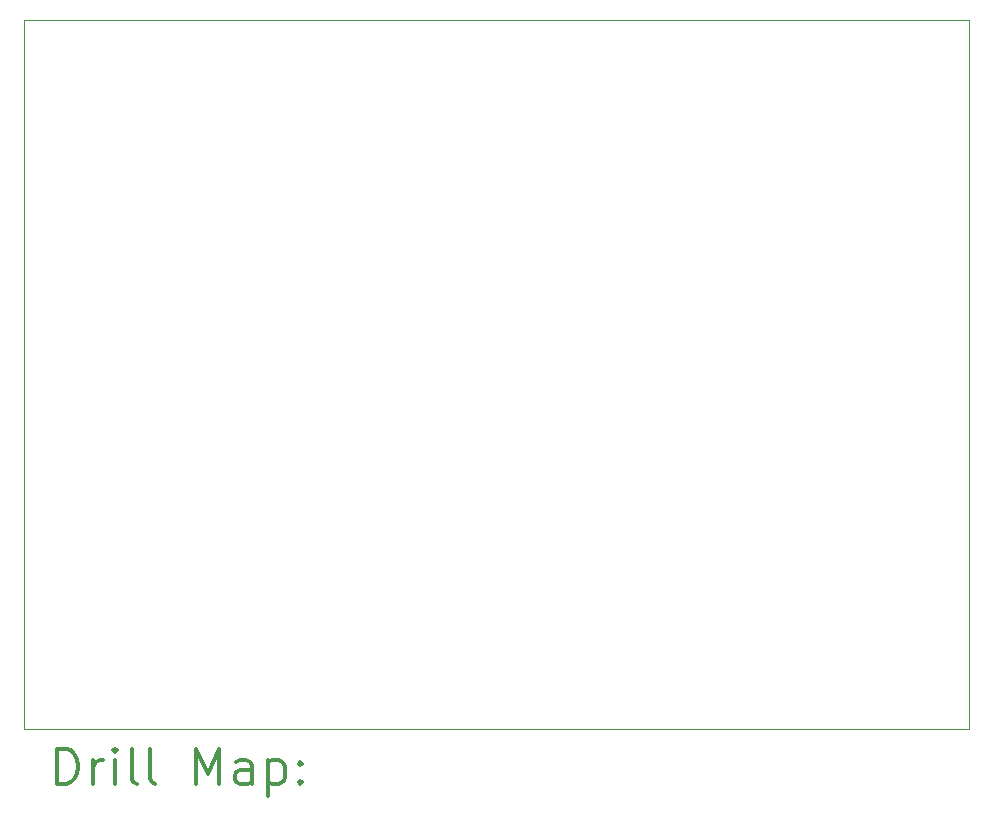
<source format=gbr>
%FSLAX45Y45*%
G04 Gerber Fmt 4.5, Leading zero omitted, Abs format (unit mm)*
G04 Created by KiCad (PCBNEW (5.1.9)-1) date 2021-05-07 14:06:38*
%MOMM*%
%LPD*%
G01*
G04 APERTURE LIST*
%TA.AperFunction,Profile*%
%ADD10C,0.050000*%
%TD*%
%ADD11C,0.200000*%
%ADD12C,0.300000*%
G04 APERTURE END LIST*
D10*
X11600000Y-12800000D02*
X11700000Y-12800000D01*
X11600000Y-6800000D02*
X11700000Y-6800000D01*
X19600000Y-6800000D02*
X19600000Y-12800000D01*
X19500000Y-6800000D02*
X19600000Y-6800000D01*
X11700000Y-6800000D02*
X19500000Y-6800000D01*
X11600000Y-12800000D02*
X11600000Y-6800000D01*
X19600000Y-12800000D02*
X11700000Y-12800000D01*
D11*
D12*
X11883928Y-13268214D02*
X11883928Y-12968214D01*
X11955357Y-12968214D01*
X11998214Y-12982500D01*
X12026786Y-13011071D01*
X12041071Y-13039643D01*
X12055357Y-13096786D01*
X12055357Y-13139643D01*
X12041071Y-13196786D01*
X12026786Y-13225357D01*
X11998214Y-13253929D01*
X11955357Y-13268214D01*
X11883928Y-13268214D01*
X12183928Y-13268214D02*
X12183928Y-13068214D01*
X12183928Y-13125357D02*
X12198214Y-13096786D01*
X12212500Y-13082500D01*
X12241071Y-13068214D01*
X12269643Y-13068214D01*
X12369643Y-13268214D02*
X12369643Y-13068214D01*
X12369643Y-12968214D02*
X12355357Y-12982500D01*
X12369643Y-12996786D01*
X12383928Y-12982500D01*
X12369643Y-12968214D01*
X12369643Y-12996786D01*
X12555357Y-13268214D02*
X12526786Y-13253929D01*
X12512500Y-13225357D01*
X12512500Y-12968214D01*
X12712500Y-13268214D02*
X12683928Y-13253929D01*
X12669643Y-13225357D01*
X12669643Y-12968214D01*
X13055357Y-13268214D02*
X13055357Y-12968214D01*
X13155357Y-13182500D01*
X13255357Y-12968214D01*
X13255357Y-13268214D01*
X13526786Y-13268214D02*
X13526786Y-13111071D01*
X13512500Y-13082500D01*
X13483928Y-13068214D01*
X13426786Y-13068214D01*
X13398214Y-13082500D01*
X13526786Y-13253929D02*
X13498214Y-13268214D01*
X13426786Y-13268214D01*
X13398214Y-13253929D01*
X13383928Y-13225357D01*
X13383928Y-13196786D01*
X13398214Y-13168214D01*
X13426786Y-13153929D01*
X13498214Y-13153929D01*
X13526786Y-13139643D01*
X13669643Y-13068214D02*
X13669643Y-13368214D01*
X13669643Y-13082500D02*
X13698214Y-13068214D01*
X13755357Y-13068214D01*
X13783928Y-13082500D01*
X13798214Y-13096786D01*
X13812500Y-13125357D01*
X13812500Y-13211071D01*
X13798214Y-13239643D01*
X13783928Y-13253929D01*
X13755357Y-13268214D01*
X13698214Y-13268214D01*
X13669643Y-13253929D01*
X13941071Y-13239643D02*
X13955357Y-13253929D01*
X13941071Y-13268214D01*
X13926786Y-13253929D01*
X13941071Y-13239643D01*
X13941071Y-13268214D01*
X13941071Y-13082500D02*
X13955357Y-13096786D01*
X13941071Y-13111071D01*
X13926786Y-13096786D01*
X13941071Y-13082500D01*
X13941071Y-13111071D01*
M02*

</source>
